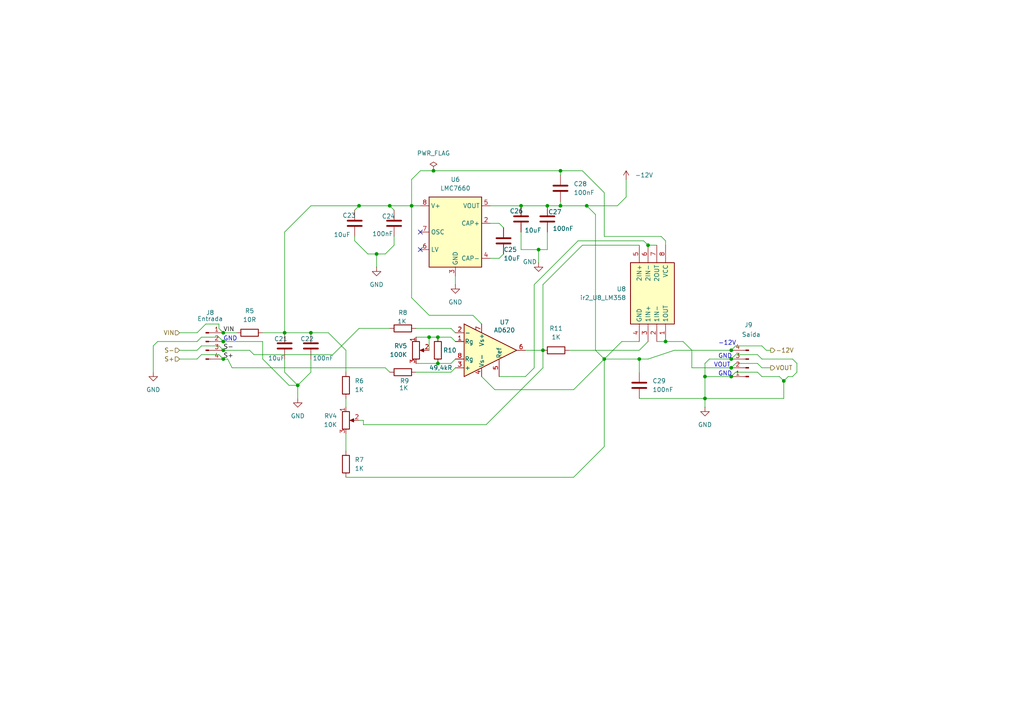
<source format=kicad_sch>
(kicad_sch (version 20250114) (generator "eeschema") (generator_version "9.0")
  (paper "A4")
  (title_block (title "PROJETO IR2_B2_UFAM") (date "07/08/2025") (rev "V1") (company "UFAM-UFMG") (comment 1 "1 - Software Proteus substituído pelo Software Kicad 9.0") (comment 2 "2 - Incluído Amplificafor de Instrumentação para reduzir ruídos") (comment 3 "3 - Incluídos conectores para cabos entrelaçados") (comment 4 "4 - Análise de 4 camadas para reduzir ruídos") (comment 5 "5 - Teste de clonagem"))
  (lib_symbols
    (symbol "Amplifier_Instrumentation:AD620" (pin_names (offset 0.127))
      (property "Reference" "U" (at 3.81 7.62 0))
      (property "Value" "AD620" (at 5.08 5.08 0))
      (symbol "AD620_0_1"
        (polyline (pts (xy -7.62 7.62) (xy -7.62 -7.62) (xy 7.62 0) (xy -7.62 7.62)) (stroke (width 0.254)) (fill (type background)))
      )
      (symbol "AD620_1_1"
        (pin input line (at -10.16 5.08 0) (length 2.54) (name "-") (number "2"))
        (pin passive line (at -10.16 2.54 0) (length 2.54) (name "Rg") (number "1"))
        (pin passive line (at -10.16 -2.54 0) (length 2.54) (name "Rg") (number "8"))
        (pin input line (at -10.16 -5.08 0) (length 2.54) (name "+") (number "3"))
        (pin power_in line (at -2.54 7.62 270) (length 2.54) (name "Vs+") (number "7"))
        (pin power_in line (at -2.54 -7.62 90) (length 2.54) (name "Vs-") (number "4"))
        (pin passive line (at 2.54 -7.62 90) (length 5.08) (name "Ref") (number "5"))
        (pin output line (at 10.16 0 180) (length 2.54) (name "~") (number "6"))
      )
    )
    (symbol "Connector:Conn_01x04_Pin" (pin_names (offset 1.016) (hide yes))
      (property "Reference" "J" (at 0 5.08 0))
      (property "Value" "Conn_01x04_Pin" (at 0 -7.62 0))
      (symbol "Conn_01x04_Pin_1_1"
        (rectangle (start 0.8636 2.667) (end 0 2.413) (stroke (width 0.1524)) (fill (type outline)))
        (rectangle (start 0.8636 0.127) (end 0 -0.127) (stroke (width 0.1524)) (fill (type outline)))
        (rectangle (start 0.8636 -2.413) (end 0 -2.667) (stroke (width 0.1524)) (fill (type outline)))
        (rectangle (start 0.8636 -4.953) (end 0 -5.207) (stroke (width 0.1524)) (fill (type outline)))
        (polyline (pts (xy 1.27 2.54) (xy 0.8636 2.54)) (stroke (width 0.1524)))
        (polyline (pts (xy 1.27 0) (xy 0.8636 0)) (stroke (width 0.1524)))
        (polyline (pts (xy 1.27 -2.54) (xy 0.8636 -2.54)) (stroke (width 0.1524)))
        (polyline (pts (xy 1.27 -5.08) (xy 0.8636 -5.08)) (stroke (width 0.1524)))
        (pin passive line (at 5.08 2.54 180) (length 3.81) (name "Pin_1") (number "1"))
        (pin passive line (at 5.08 0 180) (length 3.81) (name "Pin_2") (number "2"))
        (pin passive line (at 5.08 -2.54 180) (length 3.81) (name "Pin_3") (number "3"))
        (pin passive line (at 5.08 -5.08 180) (length 3.81) (name "Pin_4") (number "4"))
      )
    )
    (symbol "Device:C" (pin_numbers (hide yes)) (pin_names (offset 0.254))
      (property "Reference" "C" (at 0.635 2.54 0))
      (property "Value" "C" (at 0.635 -2.54 0))
      (symbol "C_0_1"
        (polyline (pts (xy -2.032 0.762) (xy 2.032 0.762)) (stroke (width 0.508)))
        (polyline (pts (xy -2.032 -0.762) (xy 2.032 -0.762)) (stroke (width 0.508)))
      )
      (symbol "C_1_1"
        (pin passive line (at 0 3.81 270) (length 2.794) (name "~") (number "1"))
        (pin passive line (at 0 -3.81 90) (length 2.794) (name "~") (number "2"))
      )
    )
    (symbol "Device:R" (pin_numbers (hide yes)) (pin_names (offset 0))
      (property "Reference" "R" (at 2.032 0 90))
      (property "Value" "R" (at 0 0 90))
      (symbol "R_0_1"
        (rectangle (start -1.016 -2.54) (end 1.016 2.54) (stroke (width 0.254)))
      )
      (symbol "R_1_1"
        (pin passive line (at 0 3.81 270) (length 1.27) (name "~") (number "1"))
        (pin passive line (at 0 -3.81 90) (length 1.27) (name "~") (number "2"))
      )
    )
    (symbol "Device:R_Potentiometer" (pin_names (offset 1.016) (hide yes))
      (property "Reference" "RV" (at -4.445 0 90))
      (property "Value" "R_Potentiometer" (at -2.54 0 90))
      (symbol "R_Potentiometer_0_1"
        (rectangle (start 1.016 2.54) (end -1.016 -2.54) (stroke (width 0.254)))
        (polyline (pts (xy 1.143 0) (xy 2.286 0.508) (xy 2.286 -0.508) (xy 1.143 0)) (fill (type outline)))
        (polyline (pts (xy 2.54 0) (xy 1.524 0)))
      )
      (symbol "R_Potentiometer_1_1"
        (pin passive line (at 0 3.81 270) (length 1.27) (name "1") (number "1"))
        (pin passive line (at 0 -3.81 90) (length 1.27) (name "3") (number "3"))
        (pin passive line (at 3.81 0 180) (length 1.27) (name "2") (number "2"))
      )
    )
    (symbol "IR2_Library:IR2_UFAM_U8_LM358"
      (property "Reference" "U" (at 24.13 7.62 0))
      (property "Value" "IR2_UFAM_U8_LM358" (at 24.13 5.08 0))
      (symbol "IR2_UFAM_U8_LM358_1_1"
        (rectangle (start 5.08 2.54) (end 22.86 -10.16) (stroke (width 0.254)) (fill (type background)))
        (pin passive line (at 0 0 0) (length 5.08) (name "1OUT") (number "1"))
        (pin passive line (at 0 -2.54 0) (length 5.08) (name "1IN-") (number "2"))
        (pin passive line (at 0 -5.08 0) (length 5.08) (name "1IN+") (number "3"))
        (pin passive line (at 0 -7.62 0) (length 5.08) (name "GND") (number "4"))
        (pin passive line (at 27.94 0 180) (length 5.08) (name "VCC") (number "8"))
        (pin passive line (at 27.94 -2.54 180) (length 5.08) (name "2OUT") (number "7"))
        (pin passive line (at 27.94 -5.08 180) (length 5.08) (name "2IN-") (number "6"))
        (pin passive line (at 27.94 -7.62 180) (length 5.08) (name "2IN+") (number "5"))
      )
    )
    (symbol "Regulator_SwitchedCapacitor:LMC7660"
      (property "Reference" "U" (at -6.604 11.43 0))
      (property "Value" "LMC7660" (at 0 11.43 0))
      (symbol "LMC7660_0_1"
        (rectangle (start -7.62 10.16) (end 7.62 -10.16) (stroke (width 0.254)) (fill (type background)))
      )
      (symbol "LMC7660_1_1"
        (pin power_in line (at -10.16 7.62 0) (length 2.54) (name "V+") (number "8"))
        (pin input line (at -10.16 0 0) (length 2.54) (name "OSC") (number "7"))
        (pin input line (at -10.16 -5.08 0) (length 2.54) (name "LV") (number "6"))
        (pin no_connect line (at -7.62 5.08 0) (length 2.54) (hide yes) (name "NC") (number "1"))
        (pin power_in line (at 0 -12.7 90) (length 2.54) (name "GND") (number "3"))
        (pin power_out line (at 10.16 7.62 180) (length 2.54) (name "VOUT") (number "5"))
        (pin input line (at 10.16 2.54 180) (length 2.54) (name "CAP+") (number "2"))
        (pin input line (at 10.16 -7.62 180) (length 2.54) (name "CAP-") (number "4"))
      )
    )
    (symbol "power:GND" (power) (pin_numbers (hide yes)) (pin_names (offset 0) (hide yes))
      (property "Value" "GND" (at 0 -3.81 0))
      (symbol "GND_0_1"
        (polyline (pts (xy 0 0) (xy 0 -1.27) (xy 1.27 -1.27) (xy 0 -2.54) (xy -1.27 -1.27) (xy 0 -1.27)))
      )
      (symbol "GND_1_1"
        (pin power_in line (at 0 0 270) (length 0) (name "~") (number "1"))
      )
    )
    (symbol "power:PWR_FLAG" (power) (pin_numbers (hide yes)) (pin_names (offset 0) (hide yes))
      (property "Value" "PWR_FLAG" (at 0 3.81 0))
      (symbol "PWR_FLAG_0_0"
        (pin power_out line (at 0 0 90) (length 0) (name "~") (number "1"))
      )
      (symbol "PWR_FLAG_0_1"
        (polyline (pts (xy 0 0) (xy 0 1.27) (xy -1.016 1.905) (xy 0 2.54) (xy 1.016 1.905) (xy 0 1.27)))
      )
    )
    (symbol "power:VCC" (power) (pin_numbers (hide yes)) (pin_names (offset 0) (hide yes))
      (property "Value" "VCC" (at 0 3.556 0))
      (symbol "VCC_0_1"
        (polyline (pts (xy -0.762 1.27) (xy 0 2.54)))
        (polyline (pts (xy 0 2.54) (xy 0.762 1.27)))
        (polyline (pts (xy 0 0) (xy 0 2.54)))
      )
      (symbol "VCC_1_1"
        (pin power_in line (at 0 0 90) (length 0) (name "~") (number "1"))
      )
    )
  )
  (text "GND" (at 64.77 99.06 0) (effects (font (size 1.27 1.27)) (justify left bottom)))
  (text "-12V" (at 208.28 100.33 0) (effects (font (size 1.27 1.27)) (justify left bottom)))
  (text "GND" (at 208.28 104.14 0) (effects (font (size 1.27 1.27)) (justify left bottom)))
  (text "GND" (at 208.28 109.22 0) (effects (font (size 1.27 1.27)) (justify left bottom)))
  (text "VOUT" (at 207.01 106.68 0) (effects (font (size 1.27 1.27)) (justify left bottom)))
  (junction (at 64.77 104.14))
  (junction (at 156.21 72.39))
  (junction (at 170.18 59.69))
  (junction (at 64.77 101.6))
  (junction (at 127 105.41))
  (junction (at 227.33 110.49))
  (junction (at 204.47 115.57))
  (junction (at 175.26 104.14))
  (junction (at 185.42 104.14))
  (junction (at 82.55 96.52))
  (junction (at 109.22 73.66))
  (junction (at 64.77 99.06))
  (junction (at 113.03 59.69))
  (junction (at 124.46 97.79))
  (junction (at 187.96 71.12))
  (junction (at 158.75 59.69))
  (junction (at 90.17 96.52))
  (junction (at 162.56 59.69))
  (junction (at 119.38 59.69))
  (junction (at 212.09 101.6))
  (junction (at 151.13 59.69))
  (junction (at 193.04 99.06))
  (junction (at 157.48 101.6))
  (junction (at 64.77 96.52))
  (junction (at 127 97.79))
  (junction (at 212.09 109.22))
  (junction (at 212.09 104.14))
  (junction (at 162.56 49.53))
  (junction (at 104.14 59.69))
  (junction (at 204.47 109.22))
  (junction (at 86.36 111.76))
  (junction (at 125.73 49.53))
  (junction (at 212.09 106.68))
  (no_connect (at 121.92 67.31))
  (no_connect (at 121.92 72.39))
  (wire (pts (xy 114.3 60.96) (xy 113.03 59.69)))
  (wire (pts (xy 175.26 104.14) (xy 175.26 129.54)))
  (wire (pts (xy 220.98 104.14) (xy 219.71 102.87)))
  (wire (pts (xy 204.47 109.22) (xy 204.47 115.57)))
  (wire (pts (xy 213.36 107.95) (xy 212.09 109.22)))
  (wire (pts (xy 82.55 107.95) (xy 82.55 104.14)))
  (wire (pts (xy 185.42 104.14) (xy 185.42 107.95)))
  (wire (pts (xy 229.87 109.22) (xy 228.6 109.22)))
  (wire (pts (xy 100.33 101.6) (xy 95.25 96.52)))
  (wire (pts (xy 59.69 93.98) (xy 63.5 93.98)))
  (wire (pts (xy 193.04 69.85) (xy 193.04 71.12)))
  (wire (pts (xy 157.48 82.55) (xy 157.48 101.6)))
  (wire (pts (xy 220.98 106.68) (xy 219.71 105.41)))
  (wire (pts (xy 102.87 60.96) (xy 104.14 59.69)))
  (wire (pts (xy 119.38 59.69) (xy 121.92 59.69)))
  (wire (pts (xy 156.21 72.39) (xy 156.21 76.2)))
  (wire (pts (xy 193.04 69.85) (xy 191.77 68.58)))
  (wire (pts (xy 172.72 62.23) (xy 170.18 59.69)))
  (wire (pts (xy 142.24 59.69) (xy 151.13 59.69)))
  (wire (pts (xy 167.64 69.85) (xy 154.94 82.55)))
  (wire (pts (xy 168.91 71.12) (xy 157.48 82.55)))
  (wire (pts (xy 127 105.41) (xy 130.81 105.41)))
  (wire (pts (xy 106.68 73.66) (xy 109.22 73.66)))
  (wire (pts (xy 102.87 68.58) (xy 102.87 69.85)))
  (wire (pts (xy 204.47 115.57) (xy 204.47 118.11)))
  (wire (pts (xy 185.42 104.14) (xy 187.96 104.14)))
  (wire (pts (xy 172.72 101.6) (xy 172.72 62.23)))
  (wire (pts (xy 154.94 106.68) (xy 152.4 109.22)))
  (wire (pts (xy 58.42 102.87) (xy 63.5 102.87)))
  (wire (pts (xy 222.25 101.6) (xy 220.98 100.33)))
  (wire (pts (xy 229.87 104.14) (xy 231.14 105.41)))
  (wire (pts (xy 64.77 99.06) (xy 76.2 99.06)))
  (wire (pts (xy 82.55 96.52) (xy 82.55 67.31)))
  (wire (pts (xy 213.36 102.87) (xy 219.71 102.87)))
  (wire (pts (xy 125.73 49.53) (xy 162.56 49.53)))
  (wire (pts (xy 200.66 101.6) (xy 200.66 106.68)))
  (wire (pts (xy 186.69 69.85) (xy 167.64 69.85)))
  (wire (pts (xy 157.48 101.6) (xy 157.48 106.68)))
  (wire (pts (xy 223.52 101.6) (xy 222.25 101.6)))
  (wire (pts (xy 130.81 105.41) (xy 132.08 104.14)))
  (wire (pts (xy 76.2 99.06) (xy 76.2 104.14)))
  (wire (pts (xy 227.33 110.49) (xy 227.33 115.57)))
  (wire (pts (xy 220.98 100.33) (xy 213.36 100.33)))
  (wire (pts (xy 57.15 101.6) (xy 58.42 100.33)))
  (wire (pts (xy 52.07 104.14) (xy 57.15 104.14)))
  (wire (pts (xy 187.96 104.14) (xy 195.58 101.6)))
  (wire (pts (xy 82.55 67.31) (xy 90.17 59.69)))
  (wire (pts (xy 175.26 104.14) (xy 172.72 101.6)))
  (wire (pts (xy 144.78 109.22) (xy 152.4 109.22)))
  (wire (pts (xy 165.1 101.6) (xy 185.42 101.6)))
  (wire (pts (xy 44.45 100.33) (xy 44.45 107.95)))
  (wire (pts (xy 181.61 52.07) (xy 181.61 57.15)))
  (wire (pts (xy 151.13 67.31) (xy 151.13 72.39)))
  (wire (pts (xy 166.37 138.43) (xy 175.26 129.54)))
  (wire (pts (xy 180.34 99.06) (xy 175.26 104.14)))
  (wire (pts (xy 124.46 91.44) (xy 119.38 86.36)))
  (wire (pts (xy 124.46 97.79) (xy 127 97.79)))
  (wire (pts (xy 121.92 49.53) (xy 125.73 49.53)))
  (wire (pts (xy 130.81 107.95) (xy 132.08 106.68)))
  (wire (pts (xy 162.56 49.53) (xy 168.91 49.53)))
  (wire (pts (xy 124.46 97.79) (xy 124.46 101.6)))
  (wire (pts (xy 190.5 99.06) (xy 193.04 99.06)))
  (wire (pts (xy 52.07 101.6) (xy 57.15 101.6)))
  (wire (pts (xy 57.15 96.52) (xy 59.69 93.98)))
  (wire (pts (xy 130.81 95.25) (xy 132.08 96.52)))
  (wire (pts (xy 213.36 102.87) (xy 212.09 104.14)))
  (wire (pts (xy 57.15 104.14) (xy 58.42 102.87)))
  (wire (pts (xy 162.56 59.69) (xy 170.18 59.69)))
  (wire (pts (xy 86.36 111.76) (xy 86.36 115.57)))
  (wire (pts (xy 127 97.79) (xy 130.81 97.79)))
  (wire (pts (xy 144.78 64.77) (xy 146.05 66.04)))
  (wire (pts (xy 63.5 95.25) (xy 64.77 96.52)))
  (wire (pts (xy 67.31 106.68) (xy 66.04 104.14)))
  (wire (pts (xy 137.16 91.44) (xy 124.46 91.44)))
  (wire (pts (xy 57.15 99.06) (xy 58.42 97.79)))
  (wire (pts (xy 185.42 71.12) (xy 168.91 71.12)))
  (wire (pts (xy 151.13 72.39) (xy 156.21 72.39)))
  (wire (pts (xy 100.33 107.95) (xy 100.33 101.6)))
  (wire (pts (xy 140.97 123.19) (xy 157.48 106.68)))
  (wire (pts (xy 220.98 104.14) (xy 229.87 104.14)))
  (wire (pts (xy 204.47 109.22) (xy 212.09 109.22)))
  (wire (pts (xy 187.96 71.12) (xy 186.69 69.85)))
  (wire (pts (xy 104.14 95.25) (xy 96.52 102.87)))
  (wire (pts (xy 90.17 96.52) (xy 95.25 96.52)))
  (wire (pts (xy 204.47 115.57) (xy 227.33 115.57)))
  (wire (pts (xy 64.77 104.14) (xy 66.04 104.14)))
  (wire (pts (xy 90.17 107.95) (xy 86.36 111.76)))
  (wire (pts (xy 114.3 68.58) (xy 114.3 71.12)))
  (wire (pts (xy 166.37 113.03) (xy 175.26 104.14)))
  (wire (pts (xy 102.87 69.85) (xy 106.68 73.66)))
  (wire (pts (xy 96.52 102.87) (xy 73.66 102.87)))
  (wire (pts (xy 142.24 64.77) (xy 144.78 64.77)))
  (wire (pts (xy 82.55 107.95) (xy 86.36 111.76)))
  (wire (pts (xy 193.04 99.06) (xy 198.12 99.06)))
  (wire (pts (xy 52.07 96.52) (xy 57.15 96.52)))
  (wire (pts (xy 104.14 121.92) (xy 105.41 121.92)))
  (wire (pts (xy 205.74 104.14) (xy 212.09 104.14)))
  (wire (pts (xy 213.36 105.41) (xy 212.09 106.68)))
  (wire (pts (xy 187.96 99.06) (xy 185.42 101.6)))
  (wire (pts (xy 185.42 115.57) (xy 204.47 115.57)))
  (wire (pts (xy 109.22 73.66) (xy 109.22 77.47)))
  (wire (pts (xy 162.56 49.53) (xy 162.56 50.8)))
  (wire (pts (xy 58.42 97.79) (xy 63.5 97.79)))
  (wire (pts (xy 185.42 99.06) (xy 180.34 99.06)))
  (wire (pts (xy 63.5 102.87) (xy 64.77 104.14)))
  (wire (pts (xy 44.45 100.33) (xy 45.72 99.06)))
  (wire (pts (xy 104.14 59.69) (xy 113.03 59.69)))
  (wire (pts (xy 64.77 96.52) (xy 68.58 96.52)))
  (wire (pts (xy 204.47 105.41) (xy 204.47 109.22)))
  (wire (pts (xy 220.98 109.22) (xy 219.71 107.95)))
  (wire (pts (xy 158.75 59.69) (xy 162.56 59.69)))
  (wire (pts (xy 130.81 97.79) (xy 132.08 99.06)))
  (wire (pts (xy 223.52 106.68) (xy 220.98 106.68)))
  (wire (pts (xy 185.42 104.14) (xy 175.26 104.14)))
  (wire (pts (xy 119.38 59.69) (xy 119.38 52.07)))
  (wire (pts (xy 219.71 105.41) (xy 213.36 105.41)))
  (wire (pts (xy 219.71 107.95) (xy 213.36 107.95)))
  (wire (pts (xy 119.38 52.07) (xy 121.92 49.53)))
  (wire (pts (xy 143.51 113.03) (xy 166.37 113.03)))
  (wire (pts (xy 76.2 104.14) (xy 83.82 111.76)))
  (wire (pts (xy 231.14 107.95) (xy 229.87 109.22)))
  (wire (pts (xy 113.03 59.69) (xy 119.38 59.69)))
  (wire (pts (xy 175.26 55.88) (xy 175.26 68.58)))
  (wire (pts (xy 142.24 74.93) (xy 144.78 74.93)))
  (wire (pts (xy 187.96 71.12) (xy 190.5 71.12)))
  (wire (pts (xy 139.7 109.22) (xy 143.51 113.03)))
  (wire (pts (xy 120.65 107.95) (xy 130.81 107.95)))
  (wire (pts (xy 139.7 93.98) (xy 137.16 91.44)))
  (wire (pts (xy 220.98 109.22) (xy 226.06 109.22)))
  (wire (pts (xy 200.66 106.68) (xy 212.09 106.68)))
  (wire (pts (xy 83.82 111.76) (xy 86.36 111.76)))
  (wire (pts (xy 111.76 106.68) (xy 113.03 107.95)))
  (wire (pts (xy 151.13 59.69) (xy 158.75 59.69)))
  (wire (pts (xy 67.31 106.68) (xy 111.76 106.68)))
  (wire (pts (xy 105.41 121.92) (xy 105.41 123.19)))
  (wire (pts (xy 63.5 100.33) (xy 64.77 101.6)))
  (wire (pts (xy 90.17 107.95) (xy 90.17 104.14)))
  (wire (pts (xy 170.18 59.69) (xy 179.07 59.69)))
  (wire (pts (xy 114.3 71.12) (xy 111.76 73.66)))
  (wire (pts (xy 119.38 59.69) (xy 119.38 86.36)))
  (wire (pts (xy 132.08 80.01) (xy 132.08 82.55)))
  (wire (pts (xy 63.5 97.79) (xy 64.77 99.06)))
  (wire (pts (xy 228.6 109.22) (xy 227.33 110.49)))
  (wire (pts (xy 100.33 138.43) (xy 166.37 138.43)))
  (wire (pts (xy 195.58 101.6) (xy 212.09 101.6)))
  (wire (pts (xy 226.06 109.22) (xy 227.33 110.49)))
  (wire (pts (xy 158.75 67.31) (xy 158.75 72.39)))
  (wire (pts (xy 105.41 123.19) (xy 140.97 123.19)))
  (wire (pts (xy 181.61 57.15) (xy 179.07 59.69)))
  (wire (pts (xy 154.94 82.55) (xy 154.94 106.68)))
  (wire (pts (xy 175.26 68.58) (xy 191.77 68.58)))
  (wire (pts (xy 58.42 100.33) (xy 63.5 100.33)))
  (wire (pts (xy 64.77 101.6) (xy 72.39 101.6)))
  (wire (pts (xy 198.12 99.06) (xy 200.66 101.6)))
  (wire (pts (xy 168.91 49.53) (xy 175.26 55.88)))
  (wire (pts (xy 73.66 102.87) (xy 72.39 101.6)))
  (wire (pts (xy 120.65 97.79) (xy 124.46 97.79)))
  (wire (pts (xy 144.78 74.93) (xy 146.05 73.66)))
  (wire (pts (xy 76.2 96.52) (xy 82.55 96.52)))
  (wire (pts (xy 90.17 59.69) (xy 104.14 59.69)))
  (wire (pts (xy 162.56 58.42) (xy 162.56 59.69)))
  (wire (pts (xy 45.72 99.06) (xy 57.15 99.06)))
  (wire (pts (xy 100.33 125.73) (xy 100.33 130.81)))
  (wire (pts (xy 82.55 96.52) (xy 90.17 96.52)))
  (wire (pts (xy 113.03 95.25) (xy 104.14 95.25)))
  (wire (pts (xy 120.65 95.25) (xy 130.81 95.25)))
  (wire (pts (xy 109.22 73.66) (xy 111.76 73.66)))
  (wire (pts (xy 63.5 93.98) (xy 63.5 95.25)))
  (wire (pts (xy 120.65 105.41) (xy 127 105.41)))
  (wire (pts (xy 213.36 100.33) (xy 212.09 101.6)))
  (wire (pts (xy 204.47 105.41) (xy 205.74 104.14)))
  (wire (pts (xy 100.33 115.57) (xy 100.33 118.11)))
  (wire (pts (xy 156.21 72.39) (xy 158.75 72.39)))
  (wire (pts (xy 152.4 101.6) (xy 157.48 101.6)))
  (wire (pts (xy 231.14 105.41) (xy 231.14 107.95)))
  (label "S+" (at 64.77 104.14 0))
  (label "S-" (at 64.77 101.6 0))
  (label "VIN" (at 64.77 96.52 0))
  (hierarchical_label "S+" (shape input) (at 52.07 104.14 180))
  (hierarchical_label "S-" (shape input) (at 52.07 101.6 180))
  (hierarchical_label "-12V" (shape output) (at 223.52 101.6 0))
  (hierarchical_label "VOUT" (shape output) (at 223.52 106.68 0))
  (hierarchical_label "VIN" (shape input) (at 52.07 96.52 180))
  (symbol (lib_id "Device:R") (at 100.33 134.62 180) (unit 1)
    (property "Reference" "R7" (at 102.87 133.3499 0) (effects (justify right)))
    (property "Value" "1K" (at 102.87 135.8899 0) (effects (justify right)))
    (property "Footprint" "Resistor_SMD:R_0805_2012Metric" (effects (hide yes)))
    (property "Description" "Resistor" (effects (hide yes)))
  )
  (symbol (lib_id "Device:R") (at 116.84 95.25 270) (unit 1)
    (property "Reference" "R8" (at 116.84 90.678 90))
    (property "Value" "1K" (at 116.586 93.218 90))
    (property "Footprint" "Resistor_SMD:R_0805_2012Metric" (effects (hide yes)))
    (property "Description" "Resistor" (effects (hide yes)))
  )
  (symbol (lib_id "power:GND") (at 109.22 77.47 0) (unit 1)
    (property "Reference" "#PWR024" (effects (hide yes)))
    (property "Value" "GND" (at 109.22 82.55 0))
    (property "Description" "Power symbol creates a global label with name \"GND\" , ground" (effects (hide yes)))
  )
  (symbol (lib_id "Regulator_SwitchedCapacitor:LMC7660") (at 132.08 67.31 0) (unit 1)
    (property "Reference" "U6" (at 132.08 52.07 0))
    (property "Value" "LMC7660" (at 132.08 54.61 0))
    (property "Footprint" "Package_SO:SOIC-8_5.3x5.3mm_P1.27mm" (effects (hide yes)))
    (property "Datasheet" "http://www.ti.com/lit/ds/symlink/lmc7660.pdf" (effects (hide yes)))
    (property "Description" "Voltage converter from +1.5V to +10V to +1.5V to +10V, SO-8/DIP-8" (effects (hide yes)))
  )
  (symbol (lib_id "Device:C") (at 151.13 63.5 0) (unit 1)
    (property "Reference" "C26" (at 147.828 61.214 0) (effects (justify left)))
    (property "Value" "10uF" (at 152.146 66.802 0) (effects (justify left)))
    (property "Footprint" "Capacitor_SMD:C_Elec_3x5.4" (effects (hide yes)))
    (property "Description" "Unpolarized capacitor" (effects (hide yes)))
  )
  (symbol (lib_id "Device:R") (at 127 101.6 0) (unit 1)
    (property "Reference" "R10" (at 128.524 101.6 0) (effects (justify left)))
    (property "Value" "49,4kR" (at 124.46 106.68 0) (effects (justify left)))
    (property "Footprint" "Resistor_SMD:R_0805_2012Metric" (effects (hide yes)))
    (property "Description" "Resistor" (effects (hide yes)))
  )
  (symbol (lib_id "Device:C") (at 102.87 64.77 0) (unit 1)
    (property "Reference" "C23" (at 99.314 62.484 0) (effects (justify left)))
    (property "Value" "10uF" (at 96.774 68.072 0) (effects (justify left)))
    (property "Footprint" "Capacitor_SMD:C_Elec_3x5.4" (effects (hide yes)))
    (property "Description" "Unpolarized capacitor" (effects (hide yes)))
  )
  (symbol (lib_id "power:GND") (at 132.08 82.55 0) (unit 1)
    (property "Reference" "#PWR025" (effects (hide yes)))
    (property "Value" "GND" (at 132.08 87.63 0))
    (property "Description" "Power symbol creates a global label with name \"GND\" , ground" (effects (hide yes)))
  )
  (symbol (lib_id "power:VCC") (at 181.61 52.07 0) (unit 1)
    (property "Reference" "#PWR038" (effects (hide yes)))
    (property "Value" "-12V" (at 184.15 50.7999 0) (effects (justify left)))
    (property "Description" "Power symbol creates a global label with name \"VCC\"" (effects (hide yes)))
  )
  (symbol (lib_id "Device:C") (at 146.05 69.85 180) (unit 1)
    (property "Reference" "C25" (at 146.05 72.3899 0) (effects (justify right)))
    (property "Value" "10uF" (at 146.05 74.9299 0) (effects (justify right)))
    (property "Footprint" "Capacitor_SMD:C_Elec_3x5.4" (effects (hide yes)))
    (property "Description" "Unpolarized capacitor" (effects (hide yes)))
  )
  (symbol (lib_id "Device:C") (at 82.55 100.33 0) (unit 1)
    (property "Reference" "C21" (at 79.502 98.298 0) (effects (justify left)))
    (property "Value" "10uF" (at 77.724 103.886 0) (effects (justify left)))
    (property "Footprint" "Capacitor_SMD:C_Elec_3x5.4" (effects (hide yes)))
    (property "Description" "Unpolarized capacitor" (effects (hide yes)))
  )
  (symbol (lib_id "Device:C") (at 114.3 64.77 0) (unit 1)
    (property "Reference" "C24" (at 110.744 62.738 0) (effects (justify left)))
    (property "Value" "100nF" (at 107.95 67.818 0) (effects (justify left)))
    (property "Footprint" "Capacitor_SMD:C_0805_2012Metric_Pad1.18x1.45mm_HandSolder" (effects (hide yes)))
    (property "Description" "Unpolarized capacitor" (effects (hide yes)))
  )
  (symbol (lib_id "power:GND") (at 44.45 107.95 0) (unit 1)
    (property "Reference" "#PWR06" (effects (hide yes)))
    (property "Value" "GND" (at 44.45 113.03 0))
    (property "Description" "Power symbol creates a global label with name \"GND\" , ground" (effects (hide yes)))
  )
  (symbol (lib_id "Device:C") (at 185.42 111.76 180) (unit 1)
    (property "Reference" "C29" (at 189.23 110.4899 0) (effects (justify right)))
    (property "Value" "100nF" (at 189.23 113.0299 0) (effects (justify right)))
    (property "Footprint" "Capacitor_SMD:C_0805_2012Metric" (effects (hide yes)))
    (property "Description" "Unpolarized capacitor" (effects (hide yes)))
  )
  (symbol (lib_id "Device:R") (at 116.84 107.95 270) (unit 1)
    (property "Reference" "R9" (at 117.348 110.49 90))
    (property "Value" "1K" (at 117.094 112.522 90))
    (property "Footprint" "Resistor_SMD:R_0805_2012Metric" (effects (hide yes)))
    (property "Description" "Resistor" (effects (hide yes)))
  )
  (symbol (lib_id "Device:R_Potentiometer") (at 120.65 101.6 0) (unit 1)
    (property "Reference" "RV5" (at 118.11 100.3299 0) (effects (justify right)))
    (property "Value" "100K" (at 118.11 102.8699 0) (effects (justify right)))
    (property "Footprint" "Potentiometer_THT:Potentiometer_Bourns_3296W_Vertical" (effects (hide yes)))
    (property "Description" "Potentiometer" (effects (hide yes)))
  )
  (symbol (lib_id "power:GND") (at 204.47 118.11 0) (unit 1)
    (property "Reference" "#PWR027" (effects (hide yes)))
    (property "Value" "GND" (at 204.47 123.19 0))
    (property "Description" "Power symbol creates a global label with name \"GND\" , ground" (effects (hide yes)))
  )
  (symbol (lib_id "Device:R") (at 100.33 111.76 180) (unit 1)
    (property "Reference" "R6" (at 102.87 110.4899 0) (effects (justify right)))
    (property "Value" "1K" (at 102.87 113.0299 0) (effects (justify right)))
    (property "Footprint" "Resistor_SMD:R_0805_2012Metric" (effects (hide yes)))
    (property "Description" "Resistor" (effects (hide yes)))
  )
  (symbol (lib_id "Device:C") (at 162.56 54.61 180) (unit 1)
    (property "Reference" "C28" (at 166.37 53.3399 0) (effects (justify right)))
    (property "Value" "100nF" (at 166.37 55.8799 0) (effects (justify right)))
    (property "Footprint" "Capacitor_SMD:C_0805_2012Metric" (effects (hide yes)))
    (property "Description" "Unpolarized capacitor" (effects (hide yes)))
  )
  (symbol (lib_id "Device:R_Potentiometer") (at 100.33 121.92 0) (unit 1)
    (property "Reference" "RV4" (at 97.79 120.6499 0) (effects (justify right)))
    (property "Value" "10K" (at 97.79 123.1899 0) (effects (justify right)))
    (property "Footprint" "Potentiometer_THT:Potentiometer_Bourns_3296W_Vertical" (effects (hide yes)))
    (property "Description" "Potentiometer" (effects (hide yes)))
  )
  (symbol (lib_id "Connector:Conn_01x04_Pin") (at 59.69 99.06 0) (unit 1)
    (property "Reference" "J8" (at 60.96 90.678 0))
    (property "Value" "Entrada" (at 60.96 92.456 0))
    (property "Footprint" "Connector_Molex:Molex_KK-254_AE-6410-04A_1x04_P2.54mm_Vertical" (effects (hide yes)))
    (property "Description" "Generic connector, single row, 01x04, script generated" (effects (hide yes)))
  )
  (symbol (lib_id "power:PWR_FLAG") (at 125.73 49.53 0) (unit 1)
    (property "Reference" "#FLG02" (effects (hide yes)))
    (property "Value" "PWR_FLAG" (at 125.73 44.45 0))
    (property "Description" "Special symbol for telling ERC where power comes from" (effects (hide yes)))
  )
  (symbol (lib_id "Device:C") (at 90.17 100.33 0) (unit 1)
    (property "Reference" "C22" (at 87.122 98.298 0) (effects (justify left)))
    (property "Value" "100nF" (at 90.678 103.886 0) (effects (justify left)))
    (property "Footprint" "Capacitor_SMD:C_0805_2012Metric" (effects (hide yes)))
    (property "Description" "Unpolarized capacitor" (effects (hide yes)))
  )
  (symbol (lib_id "Device:C") (at 158.75 63.5 0) (unit 1)
    (property "Reference" "C27" (at 159.004 61.468 0) (effects (justify left)))
    (property "Value" "100nF" (at 160.274 66.294 0) (effects (justify left)))
    (property "Footprint" "Capacitor_SMD:C_0805_2012Metric" (effects (hide yes)))
    (property "Description" "Unpolarized capacitor" (effects (hide yes)))
  )
  (symbol (lib_id "power:GND") (at 156.21 76.2 0) (unit 1)
    (property "Reference" "#PWR026" (effects (hide yes)))
    (property "Value" "GND" (at 153.67 75.946 0))
    (property "Description" "Power symbol creates a global label with name \"GND\" , ground" (effects (hide yes)))
  )
  (symbol (lib_id "Device:R") (at 161.29 101.6 90) (unit 1)
    (property "Reference" "R11" (at 161.29 95.25 90))
    (property "Value" "1K" (at 161.29 97.79 90))
    (property "Footprint" "Resistor_SMD:R_0805_2012Metric_Pad1.20x1.40mm_HandSolder" (effects (hide yes)))
    (property "Description" "Resistor" (effects (hide yes)))
  )
  (symbol (lib_id "Connector:Conn_01x04_Pin") (at 217.17 106.68 180) (unit 1)
    (property "Reference" "J9" (at 215.9 94.234 0) (effects (justify right)))
    (property "Value" "Saída" (at 215.138 97.028 0) (effects (justify right)))
    (property "Footprint" "Connector_Molex:Molex_KK-254_AE-6410-04A_1x04_P2.54mm_Vertical" (effects (hide yes)))
    (property "Description" "Generic connector, single row, 01x04, script generated" (effects (hide yes)))
  )
  (symbol (lib_id "Amplifier_Instrumentation:AD620") (at 142.24 101.6 0) (unit 1)
    (property "Reference" "U7" (at 146.304 93.472 0))
    (property "Value" "AD620" (at 146.304 95.758 0))
    (property "Footprint" "Package_SO:SOIC-8_5.3x5.3mm_P1.27mm" (effects (hide yes)))
    (property "Datasheet" "https://www.analog.com/media/en/technical-documentation/data-sheets/AD620.pdf" (effects (hide yes)))
    (property "Description" "Low Cost, Low Power, Instrumentation Amplifier, DIP-8/SOIC-8" (effects (hide yes)))
  )
  (symbol (lib_id "IR2_Library:IR2_UFAM_U8_LM358") (at 193.04 99.06 270) (mirror x) (unit 1)
    (property "Reference" "U8" (at 181.61 83.8199 90) (effects (justify right)))
    (property "Value" "ir2_U8_LM358" (at 181.61 86.3599 90) (effects (justify right)))
    (property "Datasheet" "https://datasheet.lcsc.com/szlcsc/1902201702_IDCHIP-LM358_C329455.pdf" (effects (hide yes)))
    (property "Description" "Operational Amplifiers SOP-8 RoHS" (effects (hide yes)))
    (property "Height" "1.5" (effects (hide yes)))
    (property "Manufacturer_Name" "IDCHIP" (effects (hide yes)))
    (property "Manufacturer_Part_Number" "LM358" (effects (hide yes)))
  )
  (symbol (lib_id "power:GND") (at 86.36 115.57 0) (unit 1)
    (property "Reference" "#PWR07" (effects (hide yes)))
    (property "Value" "GND" (at 86.36 120.65 0))
    (property "Description" "Power symbol creates a global label with name \"GND\" , ground" (effects (hide yes)))
  )
  (symbol (lib_id "Device:R") (at 72.39 96.52 90) (unit 1)
    (property "Reference" "R5" (at 72.39 90.17 90))
    (property "Value" "10R" (at 72.39 92.71 90))
    (property "Footprint" "Resistor_SMD:R_0805_2012Metric" (effects (hide yes)))
    (property "Description" "Resistor" (effects (hide yes)))
  )
)
</source>
